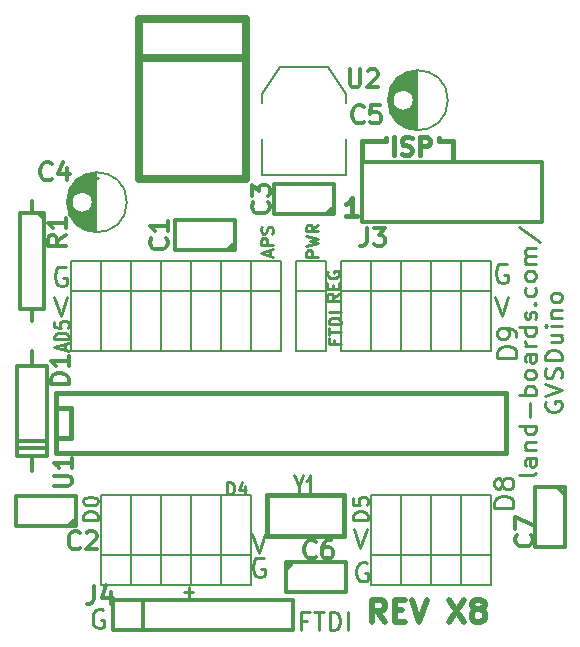
<source format=gto>
G04 #@! TF.FileFunction,Legend,Top*
%FSLAX46Y46*%
G04 Gerber Fmt 4.6, Leading zero omitted, Abs format (unit mm)*
G04 Created by KiCad (PCBNEW 4.0.1-stable) date 7/16/2016 1:11:57 PM*
%MOMM*%
G01*
G04 APERTURE LIST*
%ADD10C,0.150000*%
%ADD11C,0.254000*%
%ADD12C,0.381000*%
%ADD13C,0.476250*%
%ADD14C,0.203200*%
%ADD15C,0.304800*%
%ADD16C,0.152400*%
%ADD17C,0.650000*%
%ADD18C,0.271780*%
G04 APERTURE END LIST*
D10*
D11*
X111157667Y-90121881D02*
X111708000Y-91772881D01*
X112258334Y-90121881D01*
X112140405Y-92232500D02*
X111983167Y-92153881D01*
X111747310Y-92153881D01*
X111511452Y-92232500D01*
X111354214Y-92389738D01*
X111275595Y-92546976D01*
X111196976Y-92861452D01*
X111196976Y-93097310D01*
X111275595Y-93411786D01*
X111354214Y-93569024D01*
X111511452Y-93726262D01*
X111747310Y-93804881D01*
X111904548Y-93804881D01*
X112140405Y-93726262D01*
X112219024Y-93647643D01*
X112219024Y-93097310D01*
X111904548Y-93097310D01*
X94393667Y-70055881D02*
X94944000Y-71706881D01*
X95494334Y-70055881D01*
X95376405Y-67594500D02*
X95219167Y-67515881D01*
X94983310Y-67515881D01*
X94747452Y-67594500D01*
X94590214Y-67751738D01*
X94511595Y-67908976D01*
X94432976Y-68223452D01*
X94432976Y-68459310D01*
X94511595Y-68773786D01*
X94590214Y-68931024D01*
X94747452Y-69088262D01*
X94983310Y-69166881D01*
X95140548Y-69166881D01*
X95376405Y-69088262D01*
X95455024Y-69009643D01*
X95455024Y-68459310D01*
X95140548Y-68459310D01*
X131731667Y-70055881D02*
X132282000Y-71706881D01*
X132832334Y-70055881D01*
X132714405Y-67340500D02*
X132557167Y-67261881D01*
X132321310Y-67261881D01*
X132085452Y-67340500D01*
X131928214Y-67497738D01*
X131849595Y-67654976D01*
X131770976Y-67969452D01*
X131770976Y-68205310D01*
X131849595Y-68519786D01*
X131928214Y-68677024D01*
X132085452Y-68834262D01*
X132321310Y-68912881D01*
X132478548Y-68912881D01*
X132714405Y-68834262D01*
X132793024Y-68755643D01*
X132793024Y-68205310D01*
X132478548Y-68205310D01*
X116748619Y-66721666D02*
X115732619Y-66721666D01*
X115732619Y-66334619D01*
X115781000Y-66237857D01*
X115829381Y-66189476D01*
X115926143Y-66141095D01*
X116071286Y-66141095D01*
X116168048Y-66189476D01*
X116216429Y-66237857D01*
X116264810Y-66334619D01*
X116264810Y-66721666D01*
X115732619Y-65802428D02*
X116748619Y-65560523D01*
X116022905Y-65367000D01*
X116748619Y-65173476D01*
X115732619Y-64931571D01*
X116748619Y-63963952D02*
X116264810Y-64302618D01*
X116748619Y-64544523D02*
X115732619Y-64544523D01*
X115732619Y-64157476D01*
X115781000Y-64060714D01*
X115829381Y-64012333D01*
X115926143Y-63963952D01*
X116071286Y-63963952D01*
X116168048Y-64012333D01*
X116216429Y-64060714D01*
X116264810Y-64157476D01*
X116264810Y-64544523D01*
D12*
X120017429Y-63267429D02*
X119146572Y-63267429D01*
X119582000Y-63267429D02*
X119582000Y-61743429D01*
X119436857Y-61961143D01*
X119291715Y-62106286D01*
X119146572Y-62178857D01*
X122503000Y-56736000D02*
X122503000Y-56672500D01*
X126948000Y-56926500D02*
X126948000Y-56609000D01*
X128154500Y-56926500D02*
X126948000Y-56926500D01*
X128154500Y-58577500D02*
X128154500Y-56926500D01*
X122503000Y-56926500D02*
X122503000Y-56799500D01*
X120471000Y-56926500D02*
X122503000Y-56926500D01*
X120471000Y-58577500D02*
X120471000Y-56926500D01*
D11*
X112639333Y-66605714D02*
X112639333Y-66121905D01*
X112929619Y-66702476D02*
X111913619Y-66363809D01*
X112929619Y-66025143D01*
X112929619Y-65686476D02*
X111913619Y-65686476D01*
X111913619Y-65299429D01*
X111962000Y-65202667D01*
X112010381Y-65154286D01*
X112107143Y-65105905D01*
X112252286Y-65105905D01*
X112349048Y-65154286D01*
X112397429Y-65202667D01*
X112445810Y-65299429D01*
X112445810Y-65686476D01*
X112881238Y-64718857D02*
X112929619Y-64573714D01*
X112929619Y-64331810D01*
X112881238Y-64235048D01*
X112832857Y-64186667D01*
X112736095Y-64138286D01*
X112639333Y-64138286D01*
X112542571Y-64186667D01*
X112494190Y-64235048D01*
X112445810Y-64331810D01*
X112397429Y-64525333D01*
X112349048Y-64622095D01*
X112300667Y-64670476D01*
X112203905Y-64718857D01*
X112107143Y-64718857D01*
X112010381Y-64670476D01*
X111962000Y-64622095D01*
X111913619Y-64525333D01*
X111913619Y-64283429D01*
X111962000Y-64138286D01*
D13*
X122405029Y-97628186D02*
X121770029Y-96721043D01*
X121316457Y-97628186D02*
X121316457Y-95723186D01*
X122042172Y-95723186D01*
X122223600Y-95813900D01*
X122314315Y-95904614D01*
X122405029Y-96086043D01*
X122405029Y-96358186D01*
X122314315Y-96539614D01*
X122223600Y-96630329D01*
X122042172Y-96721043D01*
X121316457Y-96721043D01*
X123221457Y-96630329D02*
X123856457Y-96630329D01*
X124128600Y-97628186D02*
X123221457Y-97628186D01*
X123221457Y-95723186D01*
X124128600Y-95723186D01*
X124672886Y-95723186D02*
X125307886Y-97628186D01*
X125942886Y-95723186D01*
X127847886Y-95723186D02*
X129117886Y-97628186D01*
X129117886Y-95723186D02*
X127847886Y-97628186D01*
X130115743Y-96539614D02*
X129934315Y-96448900D01*
X129843600Y-96358186D01*
X129752886Y-96176757D01*
X129752886Y-96086043D01*
X129843600Y-95904614D01*
X129934315Y-95813900D01*
X130115743Y-95723186D01*
X130478600Y-95723186D01*
X130660029Y-95813900D01*
X130750743Y-95904614D01*
X130841458Y-96086043D01*
X130841458Y-96176757D01*
X130750743Y-96358186D01*
X130660029Y-96448900D01*
X130478600Y-96539614D01*
X130115743Y-96539614D01*
X129934315Y-96630329D01*
X129843600Y-96721043D01*
X129752886Y-96902471D01*
X129752886Y-97265329D01*
X129843600Y-97446757D01*
X129934315Y-97537471D01*
X130115743Y-97628186D01*
X130478600Y-97628186D01*
X130660029Y-97537471D01*
X130750743Y-97446757D01*
X130841458Y-97265329D01*
X130841458Y-96902471D01*
X130750743Y-96721043D01*
X130660029Y-96630329D01*
X130478600Y-96539614D01*
D12*
X123174286Y-58060429D02*
X123174286Y-56536429D01*
X123827429Y-57987857D02*
X124045143Y-58060429D01*
X124408000Y-58060429D01*
X124553143Y-57987857D01*
X124625714Y-57915286D01*
X124698286Y-57770143D01*
X124698286Y-57625000D01*
X124625714Y-57479857D01*
X124553143Y-57407286D01*
X124408000Y-57334714D01*
X124117714Y-57262143D01*
X123972572Y-57189571D01*
X123900000Y-57117000D01*
X123827429Y-56971857D01*
X123827429Y-56826714D01*
X123900000Y-56681571D01*
X123972572Y-56609000D01*
X124117714Y-56536429D01*
X124480572Y-56536429D01*
X124698286Y-56609000D01*
X125351429Y-58060429D02*
X125351429Y-56536429D01*
X125932001Y-56536429D01*
X126077143Y-56609000D01*
X126149715Y-56681571D01*
X126222286Y-56826714D01*
X126222286Y-57044429D01*
X126149715Y-57189571D01*
X126077143Y-57262143D01*
X125932001Y-57334714D01*
X125351429Y-57334714D01*
D11*
X97350953Y-59983571D02*
X98125048Y-59983571D01*
X97738000Y-60370619D02*
X97738000Y-59596524D01*
X119749667Y-89695881D02*
X120300000Y-91346881D01*
X120850334Y-89695881D01*
X133282881Y-87926595D02*
X131631881Y-87926595D01*
X131631881Y-87533500D01*
X131710500Y-87297642D01*
X131867738Y-87140404D01*
X132024976Y-87061785D01*
X132339452Y-86983166D01*
X132575310Y-86983166D01*
X132889786Y-87061785D01*
X133047024Y-87140404D01*
X133204262Y-87297642D01*
X133282881Y-87533500D01*
X133282881Y-87926595D01*
X132339452Y-86039738D02*
X132260833Y-86196976D01*
X132182214Y-86275595D01*
X132024976Y-86354214D01*
X131946357Y-86354214D01*
X131789119Y-86275595D01*
X131710500Y-86196976D01*
X131631881Y-86039738D01*
X131631881Y-85725261D01*
X131710500Y-85568023D01*
X131789119Y-85489404D01*
X131946357Y-85410785D01*
X132024976Y-85410785D01*
X132182214Y-85489404D01*
X132260833Y-85568023D01*
X132339452Y-85725261D01*
X132339452Y-86039738D01*
X132418071Y-86196976D01*
X132496690Y-86275595D01*
X132653929Y-86354214D01*
X132968405Y-86354214D01*
X133125643Y-86275595D01*
X133204262Y-86196976D01*
X133282881Y-86039738D01*
X133282881Y-85725261D01*
X133204262Y-85568023D01*
X133125643Y-85489404D01*
X132968405Y-85410785D01*
X132653929Y-85410785D01*
X132496690Y-85489404D01*
X132418071Y-85568023D01*
X132339452Y-85725261D01*
X135174576Y-84966285D02*
X135108052Y-85111427D01*
X134975005Y-85183999D01*
X133777576Y-85183999D01*
X135174576Y-83732570D02*
X134442814Y-83732570D01*
X134309767Y-83805141D01*
X134243243Y-83950284D01*
X134243243Y-84240570D01*
X134309767Y-84385713D01*
X135108052Y-83732570D02*
X135174576Y-83877713D01*
X135174576Y-84240570D01*
X135108052Y-84385713D01*
X134975005Y-84458284D01*
X134841957Y-84458284D01*
X134708910Y-84385713D01*
X134642386Y-84240570D01*
X134642386Y-83877713D01*
X134575862Y-83732570D01*
X134243243Y-83006856D02*
X135174576Y-83006856D01*
X134376290Y-83006856D02*
X134309767Y-82934284D01*
X134243243Y-82789142D01*
X134243243Y-82571427D01*
X134309767Y-82426284D01*
X134442814Y-82353713D01*
X135174576Y-82353713D01*
X135174576Y-80974856D02*
X133777576Y-80974856D01*
X135108052Y-80974856D02*
X135174576Y-81119999D01*
X135174576Y-81410285D01*
X135108052Y-81555427D01*
X135041529Y-81627999D01*
X134908481Y-81700570D01*
X134509338Y-81700570D01*
X134376290Y-81627999D01*
X134309767Y-81555427D01*
X134243243Y-81410285D01*
X134243243Y-81119999D01*
X134309767Y-80974856D01*
X134642386Y-80249142D02*
X134642386Y-79087999D01*
X135174576Y-78362285D02*
X133777576Y-78362285D01*
X134309767Y-78362285D02*
X134243243Y-78217142D01*
X134243243Y-77926856D01*
X134309767Y-77781713D01*
X134376290Y-77709142D01*
X134509338Y-77636571D01*
X134908481Y-77636571D01*
X135041529Y-77709142D01*
X135108052Y-77781713D01*
X135174576Y-77926856D01*
X135174576Y-78217142D01*
X135108052Y-78362285D01*
X135174576Y-76765714D02*
X135108052Y-76910856D01*
X135041529Y-76983428D01*
X134908481Y-77055999D01*
X134509338Y-77055999D01*
X134376290Y-76983428D01*
X134309767Y-76910856D01*
X134243243Y-76765714D01*
X134243243Y-76547999D01*
X134309767Y-76402856D01*
X134376290Y-76330285D01*
X134509338Y-76257714D01*
X134908481Y-76257714D01*
X135041529Y-76330285D01*
X135108052Y-76402856D01*
X135174576Y-76547999D01*
X135174576Y-76765714D01*
X135174576Y-74951428D02*
X134442814Y-74951428D01*
X134309767Y-75023999D01*
X134243243Y-75169142D01*
X134243243Y-75459428D01*
X134309767Y-75604571D01*
X135108052Y-74951428D02*
X135174576Y-75096571D01*
X135174576Y-75459428D01*
X135108052Y-75604571D01*
X134975005Y-75677142D01*
X134841957Y-75677142D01*
X134708910Y-75604571D01*
X134642386Y-75459428D01*
X134642386Y-75096571D01*
X134575862Y-74951428D01*
X135174576Y-74225714D02*
X134243243Y-74225714D01*
X134509338Y-74225714D02*
X134376290Y-74153142D01*
X134309767Y-74080571D01*
X134243243Y-73935428D01*
X134243243Y-73790285D01*
X135174576Y-72629142D02*
X133777576Y-72629142D01*
X135108052Y-72629142D02*
X135174576Y-72774285D01*
X135174576Y-73064571D01*
X135108052Y-73209713D01*
X135041529Y-73282285D01*
X134908481Y-73354856D01*
X134509338Y-73354856D01*
X134376290Y-73282285D01*
X134309767Y-73209713D01*
X134243243Y-73064571D01*
X134243243Y-72774285D01*
X134309767Y-72629142D01*
X135108052Y-71975999D02*
X135174576Y-71830856D01*
X135174576Y-71540571D01*
X135108052Y-71395428D01*
X134975005Y-71322856D01*
X134908481Y-71322856D01*
X134775433Y-71395428D01*
X134708910Y-71540571D01*
X134708910Y-71758285D01*
X134642386Y-71903428D01*
X134509338Y-71975999D01*
X134442814Y-71975999D01*
X134309767Y-71903428D01*
X134243243Y-71758285D01*
X134243243Y-71540571D01*
X134309767Y-71395428D01*
X135041529Y-70669714D02*
X135108052Y-70597142D01*
X135174576Y-70669714D01*
X135108052Y-70742285D01*
X135041529Y-70669714D01*
X135174576Y-70669714D01*
X135108052Y-69290857D02*
X135174576Y-69436000D01*
X135174576Y-69726286D01*
X135108052Y-69871428D01*
X135041529Y-69944000D01*
X134908481Y-70016571D01*
X134509338Y-70016571D01*
X134376290Y-69944000D01*
X134309767Y-69871428D01*
X134243243Y-69726286D01*
X134243243Y-69436000D01*
X134309767Y-69290857D01*
X135174576Y-68420000D02*
X135108052Y-68565142D01*
X135041529Y-68637714D01*
X134908481Y-68710285D01*
X134509338Y-68710285D01*
X134376290Y-68637714D01*
X134309767Y-68565142D01*
X134243243Y-68420000D01*
X134243243Y-68202285D01*
X134309767Y-68057142D01*
X134376290Y-67984571D01*
X134509338Y-67912000D01*
X134908481Y-67912000D01*
X135041529Y-67984571D01*
X135108052Y-68057142D01*
X135174576Y-68202285D01*
X135174576Y-68420000D01*
X135174576Y-67258857D02*
X134243243Y-67258857D01*
X134376290Y-67258857D02*
X134309767Y-67186285D01*
X134243243Y-67041143D01*
X134243243Y-66823428D01*
X134309767Y-66678285D01*
X134442814Y-66605714D01*
X135174576Y-66605714D01*
X134442814Y-66605714D02*
X134309767Y-66533143D01*
X134243243Y-66388000D01*
X134243243Y-66170285D01*
X134309767Y-66025143D01*
X134442814Y-65952571D01*
X135174576Y-65952571D01*
X133711052Y-64138285D02*
X135507195Y-65444571D01*
X136053900Y-78942857D02*
X135987376Y-79088000D01*
X135987376Y-79305714D01*
X136053900Y-79523429D01*
X136186948Y-79668571D01*
X136319995Y-79741143D01*
X136586090Y-79813714D01*
X136785662Y-79813714D01*
X137051757Y-79741143D01*
X137184805Y-79668571D01*
X137317852Y-79523429D01*
X137384376Y-79305714D01*
X137384376Y-79160571D01*
X137317852Y-78942857D01*
X137251329Y-78870286D01*
X136785662Y-78870286D01*
X136785662Y-79160571D01*
X135987376Y-78434857D02*
X137384376Y-77926857D01*
X135987376Y-77418857D01*
X137317852Y-76983428D02*
X137384376Y-76765714D01*
X137384376Y-76402857D01*
X137317852Y-76257714D01*
X137251329Y-76185143D01*
X137118281Y-76112571D01*
X136985233Y-76112571D01*
X136852186Y-76185143D01*
X136785662Y-76257714D01*
X136719138Y-76402857D01*
X136652614Y-76693143D01*
X136586090Y-76838285D01*
X136519567Y-76910857D01*
X136386519Y-76983428D01*
X136253471Y-76983428D01*
X136120424Y-76910857D01*
X136053900Y-76838285D01*
X135987376Y-76693143D01*
X135987376Y-76330285D01*
X136053900Y-76112571D01*
X137384376Y-75459428D02*
X135987376Y-75459428D01*
X135987376Y-75096571D01*
X136053900Y-74878856D01*
X136186948Y-74733714D01*
X136319995Y-74661142D01*
X136586090Y-74588571D01*
X136785662Y-74588571D01*
X137051757Y-74661142D01*
X137184805Y-74733714D01*
X137317852Y-74878856D01*
X137384376Y-75096571D01*
X137384376Y-75459428D01*
X136453043Y-73282285D02*
X137384376Y-73282285D01*
X136453043Y-73935428D02*
X137184805Y-73935428D01*
X137317852Y-73862856D01*
X137384376Y-73717714D01*
X137384376Y-73499999D01*
X137317852Y-73354856D01*
X137251329Y-73282285D01*
X137384376Y-72556571D02*
X136453043Y-72556571D01*
X135987376Y-72556571D02*
X136053900Y-72629142D01*
X136120424Y-72556571D01*
X136053900Y-72483999D01*
X135987376Y-72556571D01*
X136120424Y-72556571D01*
X136453043Y-71830857D02*
X137384376Y-71830857D01*
X136586090Y-71830857D02*
X136519567Y-71758285D01*
X136453043Y-71613143D01*
X136453043Y-71395428D01*
X136519567Y-71250285D01*
X136652614Y-71177714D01*
X137384376Y-71177714D01*
X137384376Y-70234286D02*
X137317852Y-70379428D01*
X137251329Y-70452000D01*
X137118281Y-70524571D01*
X136719138Y-70524571D01*
X136586090Y-70452000D01*
X136519567Y-70379428D01*
X136453043Y-70234286D01*
X136453043Y-70016571D01*
X136519567Y-69871428D01*
X136586090Y-69798857D01*
X136719138Y-69726286D01*
X137118281Y-69726286D01*
X137251329Y-69798857D01*
X137317852Y-69871428D01*
X137384376Y-70016571D01*
X137384376Y-70234286D01*
X118121429Y-73724810D02*
X118121429Y-74063476D01*
X118653619Y-74063476D02*
X117637619Y-74063476D01*
X117637619Y-73579667D01*
X117637619Y-73337762D02*
X117637619Y-72757191D01*
X118653619Y-73047476D02*
X117637619Y-73047476D01*
X118653619Y-72418524D02*
X117637619Y-72418524D01*
X117637619Y-72176619D01*
X117686000Y-72031477D01*
X117782762Y-71934715D01*
X117879524Y-71886334D01*
X118073048Y-71837953D01*
X118218190Y-71837953D01*
X118411714Y-71886334D01*
X118508476Y-71934715D01*
X118605238Y-72031477D01*
X118653619Y-72176619D01*
X118653619Y-72418524D01*
X118653619Y-71402524D02*
X117637619Y-71402524D01*
X118526619Y-69830143D02*
X118042810Y-70168809D01*
X118526619Y-70410714D02*
X117510619Y-70410714D01*
X117510619Y-70023667D01*
X117559000Y-69926905D01*
X117607381Y-69878524D01*
X117704143Y-69830143D01*
X117849286Y-69830143D01*
X117946048Y-69878524D01*
X117994429Y-69926905D01*
X118042810Y-70023667D01*
X118042810Y-70410714D01*
X117994429Y-69394714D02*
X117994429Y-69056048D01*
X118526619Y-68910905D02*
X118526619Y-69394714D01*
X117510619Y-69394714D01*
X117510619Y-68910905D01*
X117559000Y-67943286D02*
X117510619Y-68040048D01*
X117510619Y-68185191D01*
X117559000Y-68330333D01*
X117655762Y-68427095D01*
X117752524Y-68475476D01*
X117946048Y-68523857D01*
X118091190Y-68523857D01*
X118284714Y-68475476D01*
X118381476Y-68427095D01*
X118478238Y-68330333D01*
X118526619Y-68185191D01*
X118526619Y-68088429D01*
X118478238Y-67943286D01*
X118429857Y-67894905D01*
X118091190Y-67894905D01*
X118091190Y-68088429D01*
X109062096Y-86781619D02*
X109062096Y-85765619D01*
X109304001Y-85765619D01*
X109449143Y-85814000D01*
X109545905Y-85910762D01*
X109594286Y-86007524D01*
X109642667Y-86201048D01*
X109642667Y-86346190D01*
X109594286Y-86539714D01*
X109545905Y-86636476D01*
X109449143Y-86733238D01*
X109304001Y-86781619D01*
X109062096Y-86781619D01*
X110513524Y-86104286D02*
X110513524Y-86781619D01*
X110271620Y-85717238D02*
X110029715Y-86442952D01*
X110658667Y-86442952D01*
X98563448Y-96626800D02*
X98411067Y-96550610D01*
X98182495Y-96550610D01*
X97953924Y-96626800D01*
X97801543Y-96779181D01*
X97725352Y-96931562D01*
X97649162Y-97236324D01*
X97649162Y-97464895D01*
X97725352Y-97769657D01*
X97801543Y-97922038D01*
X97953924Y-98074419D01*
X98182495Y-98150610D01*
X98334876Y-98150610D01*
X98563448Y-98074419D01*
X98639638Y-97998229D01*
X98639638Y-97464895D01*
X98334876Y-97464895D01*
X120970524Y-88948381D02*
X119700524Y-88948381D01*
X119700524Y-88646000D01*
X119761000Y-88464572D01*
X119881952Y-88343619D01*
X120002905Y-88283143D01*
X120244810Y-88222667D01*
X120426238Y-88222667D01*
X120668143Y-88283143D01*
X120789095Y-88343619D01*
X120910048Y-88464572D01*
X120970524Y-88646000D01*
X120970524Y-88948381D01*
X119700524Y-87073619D02*
X119700524Y-87678381D01*
X120305286Y-87738857D01*
X120244810Y-87678381D01*
X120184333Y-87557429D01*
X120184333Y-87255048D01*
X120244810Y-87134095D01*
X120305286Y-87073619D01*
X120426238Y-87013143D01*
X120728619Y-87013143D01*
X120849571Y-87073619D01*
X120910048Y-87134095D01*
X120970524Y-87255048D01*
X120970524Y-87557429D01*
X120910048Y-87678381D01*
X120849571Y-87738857D01*
X105412953Y-95072571D02*
X106187048Y-95072571D01*
X105800000Y-95459619D02*
X105800000Y-94685524D01*
X120912405Y-92608500D02*
X120755167Y-92529881D01*
X120519310Y-92529881D01*
X120283452Y-92608500D01*
X120126214Y-92765738D01*
X120047595Y-92922976D01*
X119968976Y-93237452D01*
X119968976Y-93473310D01*
X120047595Y-93787786D01*
X120126214Y-93945024D01*
X120283452Y-94102262D01*
X120519310Y-94180881D01*
X120676548Y-94180881D01*
X120912405Y-94102262D01*
X120991024Y-94023643D01*
X120991024Y-93473310D01*
X120676548Y-93473310D01*
X98110524Y-88948381D02*
X96840524Y-88948381D01*
X96840524Y-88646000D01*
X96901000Y-88464572D01*
X97021952Y-88343619D01*
X97142905Y-88283143D01*
X97384810Y-88222667D01*
X97566238Y-88222667D01*
X97808143Y-88283143D01*
X97929095Y-88343619D01*
X98050048Y-88464572D01*
X98110524Y-88646000D01*
X98110524Y-88948381D01*
X96840524Y-87436476D02*
X96840524Y-87315524D01*
X96901000Y-87194572D01*
X96961476Y-87134095D01*
X97082429Y-87073619D01*
X97324333Y-87013143D01*
X97626714Y-87013143D01*
X97868619Y-87073619D01*
X97989571Y-87134095D01*
X98050048Y-87194572D01*
X98110524Y-87315524D01*
X98110524Y-87436476D01*
X98050048Y-87557429D01*
X97989571Y-87617905D01*
X97868619Y-87678381D01*
X97626714Y-87738857D01*
X97324333Y-87738857D01*
X97082429Y-87678381D01*
X96961476Y-87617905D01*
X96901000Y-87557429D01*
X96840524Y-87436476D01*
X133536881Y-75226595D02*
X131885881Y-75226595D01*
X131885881Y-74833500D01*
X131964500Y-74597642D01*
X132121738Y-74440404D01*
X132278976Y-74361785D01*
X132593452Y-74283166D01*
X132829310Y-74283166D01*
X133143786Y-74361785D01*
X133301024Y-74440404D01*
X133458262Y-74597642D01*
X133536881Y-74833500D01*
X133536881Y-75226595D01*
X133536881Y-73496976D02*
X133536881Y-73182500D01*
X133458262Y-73025261D01*
X133379643Y-72946642D01*
X133143786Y-72789404D01*
X132829310Y-72710785D01*
X132200357Y-72710785D01*
X132043119Y-72789404D01*
X131964500Y-72868023D01*
X131885881Y-73025261D01*
X131885881Y-73339738D01*
X131964500Y-73496976D01*
X132043119Y-73575595D01*
X132200357Y-73654214D01*
X132593452Y-73654214D01*
X132750690Y-73575595D01*
X132829310Y-73496976D01*
X132907929Y-73339738D01*
X132907929Y-73025261D01*
X132829310Y-72868023D01*
X132750690Y-72789404D01*
X132593452Y-72710785D01*
X95291667Y-74601714D02*
X95291667Y-74117905D01*
X95654524Y-74698476D02*
X94384524Y-74359809D01*
X95654524Y-74021143D01*
X95654524Y-73682476D02*
X94384524Y-73682476D01*
X94384524Y-73440571D01*
X94445000Y-73295429D01*
X94565952Y-73198667D01*
X94686905Y-73150286D01*
X94928810Y-73101905D01*
X95110238Y-73101905D01*
X95352143Y-73150286D01*
X95473095Y-73198667D01*
X95594048Y-73295429D01*
X95654524Y-73440571D01*
X95654524Y-73682476D01*
X94384524Y-72182667D02*
X94384524Y-72666476D01*
X94989286Y-72714857D01*
X94928810Y-72666476D01*
X94868333Y-72569714D01*
X94868333Y-72327810D01*
X94928810Y-72231048D01*
X94989286Y-72182667D01*
X95110238Y-72134286D01*
X95412619Y-72134286D01*
X95533571Y-72182667D01*
X95594048Y-72231048D01*
X95654524Y-72327810D01*
X95654524Y-72569714D01*
X95594048Y-72666476D01*
X95533571Y-72714857D01*
X115831715Y-97497457D02*
X115331715Y-97497457D01*
X115331715Y-98283171D02*
X115331715Y-96783171D01*
X116046001Y-96783171D01*
X116403143Y-96783171D02*
X117260286Y-96783171D01*
X116831715Y-98283171D02*
X116831715Y-96783171D01*
X117760286Y-98283171D02*
X117760286Y-96783171D01*
X118117429Y-96783171D01*
X118331714Y-96854600D01*
X118474572Y-96997457D01*
X118546000Y-97140314D01*
X118617429Y-97426029D01*
X118617429Y-97640314D01*
X118546000Y-97926029D01*
X118474572Y-98068886D01*
X118331714Y-98211743D01*
X118117429Y-98283171D01*
X117760286Y-98283171D01*
X119260286Y-98283171D02*
X119260286Y-96783171D01*
D14*
X111962000Y-56736000D02*
X111962000Y-59784000D01*
X111962000Y-59784000D02*
X119074000Y-59784000D01*
X119074000Y-59784000D02*
X119074000Y-56736000D01*
X111962000Y-53688000D02*
X111962000Y-52926000D01*
X111962000Y-52926000D02*
X113486000Y-50640000D01*
X113486000Y-50640000D02*
X117550000Y-50640000D01*
X117550000Y-50640000D02*
X119074000Y-52926000D01*
X119074000Y-52926000D02*
X119074000Y-53688000D01*
D15*
X118007200Y-63086000D02*
X112978000Y-63086000D01*
X112978000Y-63086000D02*
X112978000Y-60546000D01*
X112978000Y-60546000D02*
X118058000Y-60546000D01*
X118058000Y-60546000D02*
X118058000Y-63086000D01*
X118058000Y-62451000D02*
X117423000Y-63086000D01*
X96163200Y-89502000D02*
X91134000Y-89502000D01*
X91134000Y-89502000D02*
X91134000Y-86962000D01*
X91134000Y-86962000D02*
X96214000Y-86962000D01*
X96214000Y-86962000D02*
X96214000Y-89502000D01*
X96214000Y-88867000D02*
X95579000Y-89502000D01*
X109625200Y-66134000D02*
X104596000Y-66134000D01*
X104596000Y-66134000D02*
X104596000Y-63594000D01*
X104596000Y-63594000D02*
X109676000Y-63594000D01*
X109676000Y-63594000D02*
X109676000Y-66134000D01*
X109676000Y-65499000D02*
X109041000Y-66134000D01*
D12*
X94572000Y-78194000D02*
X132672000Y-78194000D01*
X132672000Y-78194000D02*
X132672000Y-83274000D01*
X132672000Y-83274000D02*
X94572000Y-83274000D01*
X94572000Y-83274000D02*
X94572000Y-78194000D01*
X94572000Y-79464000D02*
X95842000Y-79464000D01*
X95842000Y-79464000D02*
X95842000Y-82004000D01*
X95842000Y-82004000D02*
X94572000Y-82004000D01*
D15*
X99380000Y-98270000D02*
X99380000Y-95730000D01*
X99380000Y-95730000D02*
X114620000Y-95730000D01*
X114620000Y-95730000D02*
X114620000Y-98270000D01*
X114620000Y-98270000D02*
X99380000Y-98270000D01*
X101920000Y-98270000D02*
X101920000Y-95730000D01*
D16*
X111082000Y-94450000D02*
X108542000Y-94450000D01*
X108542000Y-94450000D02*
X108542000Y-86830000D01*
X108542000Y-86830000D02*
X111082000Y-86830000D01*
X111082000Y-86830000D02*
X111082000Y-94450000D01*
X108542000Y-91910000D02*
X111082000Y-91910000D01*
X118702000Y-67018000D02*
X121242000Y-67018000D01*
X121242000Y-67018000D02*
X121242000Y-74638000D01*
X121242000Y-74638000D02*
X118702000Y-74638000D01*
X118702000Y-74638000D02*
X118702000Y-67018000D01*
X121242000Y-69558000D02*
X118702000Y-69558000D01*
X121242000Y-67018000D02*
X123782000Y-67018000D01*
X123782000Y-67018000D02*
X123782000Y-74638000D01*
X123782000Y-74638000D02*
X121242000Y-74638000D01*
X121242000Y-74638000D02*
X121242000Y-67018000D01*
X123782000Y-69558000D02*
X121242000Y-69558000D01*
X123782000Y-67018000D02*
X126322000Y-67018000D01*
X126322000Y-67018000D02*
X126322000Y-74638000D01*
X126322000Y-74638000D02*
X123782000Y-74638000D01*
X123782000Y-74638000D02*
X123782000Y-67018000D01*
X126322000Y-69558000D02*
X123782000Y-69558000D01*
X126322000Y-67018000D02*
X128862000Y-67018000D01*
X128862000Y-67018000D02*
X128862000Y-74638000D01*
X128862000Y-74638000D02*
X126322000Y-74638000D01*
X126322000Y-74638000D02*
X126322000Y-67018000D01*
X128862000Y-69558000D02*
X126322000Y-69558000D01*
X128862000Y-67018000D02*
X131402000Y-67018000D01*
X131402000Y-67018000D02*
X131402000Y-74638000D01*
X131402000Y-74638000D02*
X128862000Y-74638000D01*
X128862000Y-74638000D02*
X128862000Y-67018000D01*
X131402000Y-69558000D02*
X128862000Y-69558000D01*
X131402000Y-94450000D02*
X128862000Y-94450000D01*
X128862000Y-94450000D02*
X128862000Y-86830000D01*
X128862000Y-86830000D02*
X131402000Y-86830000D01*
X131402000Y-86830000D02*
X131402000Y-94450000D01*
X128862000Y-91910000D02*
X131402000Y-91910000D01*
X128862000Y-94450000D02*
X126322000Y-94450000D01*
X126322000Y-94450000D02*
X126322000Y-86830000D01*
X126322000Y-86830000D02*
X128862000Y-86830000D01*
X128862000Y-86830000D02*
X128862000Y-94450000D01*
X126322000Y-91910000D02*
X128862000Y-91910000D01*
X126322000Y-94450000D02*
X123782000Y-94450000D01*
X123782000Y-94450000D02*
X123782000Y-86830000D01*
X123782000Y-86830000D02*
X126322000Y-86830000D01*
X126322000Y-86830000D02*
X126322000Y-94450000D01*
X123782000Y-91910000D02*
X126322000Y-91910000D01*
X123782000Y-94450000D02*
X121242000Y-94450000D01*
X121242000Y-94450000D02*
X121242000Y-86830000D01*
X121242000Y-86830000D02*
X123782000Y-86830000D01*
X123782000Y-86830000D02*
X123782000Y-94450000D01*
X121242000Y-91910000D02*
X123782000Y-91910000D01*
X108542000Y-67018000D02*
X111082000Y-67018000D01*
X111082000Y-67018000D02*
X111082000Y-74638000D01*
X111082000Y-74638000D02*
X108542000Y-74638000D01*
X108542000Y-74638000D02*
X108542000Y-67018000D01*
X111082000Y-69558000D02*
X108542000Y-69558000D01*
X108542000Y-94450000D02*
X106002000Y-94450000D01*
X106002000Y-94450000D02*
X106002000Y-86830000D01*
X106002000Y-86830000D02*
X108542000Y-86830000D01*
X108542000Y-86830000D02*
X108542000Y-94450000D01*
X106002000Y-91910000D02*
X108542000Y-91910000D01*
X106002000Y-94450000D02*
X103462000Y-94450000D01*
X103462000Y-94450000D02*
X103462000Y-86830000D01*
X103462000Y-86830000D02*
X106002000Y-86830000D01*
X106002000Y-86830000D02*
X106002000Y-94450000D01*
X103462000Y-91910000D02*
X106002000Y-91910000D01*
X103462000Y-94450000D02*
X100922000Y-94450000D01*
X100922000Y-94450000D02*
X100922000Y-86830000D01*
X100922000Y-86830000D02*
X103462000Y-86830000D01*
X103462000Y-86830000D02*
X103462000Y-94450000D01*
X100922000Y-91910000D02*
X103462000Y-91910000D01*
X100922000Y-94450000D02*
X98382000Y-94450000D01*
X98382000Y-94450000D02*
X98382000Y-86830000D01*
X98382000Y-86830000D02*
X100922000Y-86830000D01*
X100922000Y-86830000D02*
X100922000Y-94450000D01*
X98382000Y-91910000D02*
X100922000Y-91910000D01*
X95842000Y-67018000D02*
X98382000Y-67018000D01*
X98382000Y-67018000D02*
X98382000Y-74638000D01*
X98382000Y-74638000D02*
X95842000Y-74638000D01*
X95842000Y-74638000D02*
X95842000Y-67018000D01*
X98382000Y-69558000D02*
X95842000Y-69558000D01*
X98382000Y-67018000D02*
X100922000Y-67018000D01*
X100922000Y-67018000D02*
X100922000Y-74638000D01*
X100922000Y-74638000D02*
X98382000Y-74638000D01*
X98382000Y-74638000D02*
X98382000Y-67018000D01*
X100922000Y-69558000D02*
X98382000Y-69558000D01*
X100922000Y-67018000D02*
X103462000Y-67018000D01*
X103462000Y-67018000D02*
X103462000Y-74638000D01*
X103462000Y-74638000D02*
X100922000Y-74638000D01*
X100922000Y-74638000D02*
X100922000Y-67018000D01*
X103462000Y-69558000D02*
X100922000Y-69558000D01*
X103462000Y-67018000D02*
X106002000Y-67018000D01*
X106002000Y-67018000D02*
X106002000Y-74638000D01*
X106002000Y-74638000D02*
X103462000Y-74638000D01*
X103462000Y-74638000D02*
X103462000Y-67018000D01*
X106002000Y-69558000D02*
X103462000Y-69558000D01*
X106002000Y-67018000D02*
X108542000Y-67018000D01*
X108542000Y-67018000D02*
X108542000Y-74638000D01*
X108542000Y-74638000D02*
X106002000Y-74638000D01*
X106002000Y-74638000D02*
X106002000Y-67018000D01*
X108542000Y-69558000D02*
X106002000Y-69558000D01*
D15*
X93810000Y-75908000D02*
X93810000Y-83528000D01*
X93810000Y-83528000D02*
X91270000Y-83528000D01*
X91270000Y-83528000D02*
X91270000Y-75908000D01*
X91270000Y-75908000D02*
X93810000Y-75908000D01*
X93810000Y-82893000D02*
X91270000Y-82893000D01*
X91270000Y-82258000D02*
X93810000Y-82258000D01*
X92540000Y-75908000D02*
X92540000Y-74638000D01*
X92540000Y-83528000D02*
X92540000Y-84798000D01*
X92540000Y-61938000D02*
X92540000Y-62954000D01*
X92540000Y-62954000D02*
X93556000Y-62954000D01*
X93556000Y-62954000D02*
X93556000Y-71082000D01*
X93556000Y-71082000D02*
X91524000Y-71082000D01*
X91524000Y-71082000D02*
X91524000Y-62954000D01*
X91524000Y-62954000D02*
X92540000Y-62954000D01*
X93048000Y-62954000D02*
X93556000Y-63462000D01*
X92540000Y-72098000D02*
X92540000Y-71082000D01*
D16*
X111082000Y-67018000D02*
X113622000Y-67018000D01*
X113622000Y-67018000D02*
X113622000Y-74638000D01*
X113622000Y-74638000D02*
X111082000Y-74638000D01*
X111082000Y-74638000D02*
X111082000Y-67018000D01*
X113622000Y-69558000D02*
X111082000Y-69558000D01*
X114892000Y-67018000D02*
X117432000Y-67018000D01*
X117432000Y-67018000D02*
X117432000Y-74638000D01*
X117432000Y-74638000D02*
X114892000Y-74638000D01*
X114892000Y-74638000D02*
X114892000Y-67018000D01*
X117432000Y-69558000D02*
X114892000Y-69558000D01*
D15*
X120480000Y-58636000D02*
X135720000Y-58636000D01*
X135720000Y-58636000D02*
X135720000Y-63716000D01*
X135720000Y-63716000D02*
X120480000Y-63716000D01*
X120480000Y-63716000D02*
X120480000Y-58636000D01*
X114044800Y-92550000D02*
X119074000Y-92550000D01*
X119074000Y-92550000D02*
X119074000Y-95090000D01*
X119074000Y-95090000D02*
X113994000Y-95090000D01*
X113994000Y-95090000D02*
X113994000Y-92550000D01*
X113994000Y-93185000D02*
X114629000Y-92550000D01*
X137616000Y-86250800D02*
X137616000Y-91280000D01*
X137616000Y-91280000D02*
X135076000Y-91280000D01*
X135076000Y-91280000D02*
X135076000Y-86200000D01*
X135076000Y-86200000D02*
X137616000Y-86200000D01*
X136981000Y-86200000D02*
X137616000Y-86835000D01*
D10*
X97937000Y-64569000D02*
X97937000Y-59571000D01*
X97797000Y-64561000D02*
X97797000Y-59579000D01*
X97657000Y-64545000D02*
X97657000Y-62165000D01*
X97657000Y-61975000D02*
X97657000Y-59595000D01*
X97517000Y-64521000D02*
X97517000Y-62560000D01*
X97517000Y-61580000D02*
X97517000Y-59619000D01*
X97377000Y-64488000D02*
X97377000Y-62727000D01*
X97377000Y-61413000D02*
X97377000Y-59652000D01*
X97237000Y-64447000D02*
X97237000Y-62834000D01*
X97237000Y-61306000D02*
X97237000Y-59693000D01*
X97097000Y-64397000D02*
X97097000Y-62905000D01*
X97097000Y-61235000D02*
X97097000Y-59743000D01*
X96957000Y-64336000D02*
X96957000Y-62949000D01*
X96957000Y-61191000D02*
X96957000Y-59804000D01*
X96817000Y-64266000D02*
X96817000Y-62968000D01*
X96817000Y-61172000D02*
X96817000Y-59874000D01*
X96677000Y-64184000D02*
X96677000Y-62966000D01*
X96677000Y-61174000D02*
X96677000Y-59956000D01*
X96537000Y-64089000D02*
X96537000Y-62941000D01*
X96537000Y-61199000D02*
X96537000Y-60051000D01*
X96397000Y-63978000D02*
X96397000Y-62893000D01*
X96397000Y-61247000D02*
X96397000Y-60162000D01*
X96257000Y-63850000D02*
X96257000Y-62815000D01*
X96257000Y-61325000D02*
X96257000Y-60290000D01*
X96117000Y-63701000D02*
X96117000Y-62698000D01*
X96117000Y-61442000D02*
X96117000Y-60439000D01*
X95977000Y-63522000D02*
X95977000Y-62510000D01*
X95977000Y-61630000D02*
X95977000Y-60618000D01*
X95837000Y-63303000D02*
X95837000Y-60837000D01*
X95697000Y-63014000D02*
X95697000Y-61126000D01*
X95557000Y-62542000D02*
X95557000Y-61598000D01*
X97662000Y-62070000D02*
G75*
G03X97662000Y-62070000I-900000J0D01*
G01*
X100549500Y-62070000D02*
G75*
G03X100549500Y-62070000I-2537500J0D01*
G01*
X125115000Y-55933000D02*
X125115000Y-50935000D01*
X124975000Y-55925000D02*
X124975000Y-50943000D01*
X124835000Y-55909000D02*
X124835000Y-53529000D01*
X124835000Y-53339000D02*
X124835000Y-50959000D01*
X124695000Y-55885000D02*
X124695000Y-53924000D01*
X124695000Y-52944000D02*
X124695000Y-50983000D01*
X124555000Y-55852000D02*
X124555000Y-54091000D01*
X124555000Y-52777000D02*
X124555000Y-51016000D01*
X124415000Y-55811000D02*
X124415000Y-54198000D01*
X124415000Y-52670000D02*
X124415000Y-51057000D01*
X124275000Y-55761000D02*
X124275000Y-54269000D01*
X124275000Y-52599000D02*
X124275000Y-51107000D01*
X124135000Y-55700000D02*
X124135000Y-54313000D01*
X124135000Y-52555000D02*
X124135000Y-51168000D01*
X123995000Y-55630000D02*
X123995000Y-54332000D01*
X123995000Y-52536000D02*
X123995000Y-51238000D01*
X123855000Y-55548000D02*
X123855000Y-54330000D01*
X123855000Y-52538000D02*
X123855000Y-51320000D01*
X123715000Y-55453000D02*
X123715000Y-54305000D01*
X123715000Y-52563000D02*
X123715000Y-51415000D01*
X123575000Y-55342000D02*
X123575000Y-54257000D01*
X123575000Y-52611000D02*
X123575000Y-51526000D01*
X123435000Y-55214000D02*
X123435000Y-54179000D01*
X123435000Y-52689000D02*
X123435000Y-51654000D01*
X123295000Y-55065000D02*
X123295000Y-54062000D01*
X123295000Y-52806000D02*
X123295000Y-51803000D01*
X123155000Y-54886000D02*
X123155000Y-53874000D01*
X123155000Y-52994000D02*
X123155000Y-51982000D01*
X123015000Y-54667000D02*
X123015000Y-52201000D01*
X122875000Y-54378000D02*
X122875000Y-52490000D01*
X122735000Y-53906000D02*
X122735000Y-52962000D01*
X124840000Y-53434000D02*
G75*
G03X124840000Y-53434000I-900000J0D01*
G01*
X127727500Y-53434000D02*
G75*
G03X127727500Y-53434000I-2537500J0D01*
G01*
D17*
X101620000Y-49869000D02*
X110620000Y-49869000D01*
X110620000Y-46569000D02*
X101620000Y-46569000D01*
X110620000Y-46569000D02*
X110620000Y-60069000D01*
X110620000Y-60069000D02*
X101620000Y-60069000D01*
X101620000Y-46569000D02*
X101620000Y-60069000D01*
D12*
X112402800Y-86857940D02*
X118905200Y-86857940D01*
X118905200Y-86857940D02*
X118905200Y-90358060D01*
X118905200Y-90358060D02*
X112402800Y-90358060D01*
X112402800Y-90358060D02*
X112402800Y-86857940D01*
D15*
X119436857Y-50821429D02*
X119436857Y-52055143D01*
X119509429Y-52200286D01*
X119582000Y-52272857D01*
X119727143Y-52345429D01*
X120017429Y-52345429D01*
X120162571Y-52272857D01*
X120235143Y-52200286D01*
X120307714Y-52055143D01*
X120307714Y-50821429D01*
X120960857Y-50966571D02*
X121033428Y-50894000D01*
X121178571Y-50821429D01*
X121541428Y-50821429D01*
X121686571Y-50894000D01*
X121759142Y-50966571D01*
X121831714Y-51111714D01*
X121831714Y-51256857D01*
X121759142Y-51474571D01*
X120888285Y-52345429D01*
X121831714Y-52345429D01*
X112506286Y-62070000D02*
X112578857Y-62142571D01*
X112651429Y-62360285D01*
X112651429Y-62505428D01*
X112578857Y-62723143D01*
X112433714Y-62868285D01*
X112288571Y-62940857D01*
X111998286Y-63013428D01*
X111780571Y-63013428D01*
X111490286Y-62940857D01*
X111345143Y-62868285D01*
X111200000Y-62723143D01*
X111127429Y-62505428D01*
X111127429Y-62360285D01*
X111200000Y-62142571D01*
X111272571Y-62070000D01*
X111127429Y-61562000D02*
X111127429Y-60618571D01*
X111708000Y-61126571D01*
X111708000Y-60908857D01*
X111780571Y-60763714D01*
X111853143Y-60691143D01*
X111998286Y-60618571D01*
X112361143Y-60618571D01*
X112506286Y-60691143D01*
X112578857Y-60763714D01*
X112651429Y-60908857D01*
X112651429Y-61344285D01*
X112578857Y-61489428D01*
X112506286Y-61562000D01*
X96564000Y-91318286D02*
X96491429Y-91390857D01*
X96273715Y-91463429D01*
X96128572Y-91463429D01*
X95910857Y-91390857D01*
X95765715Y-91245714D01*
X95693143Y-91100571D01*
X95620572Y-90810286D01*
X95620572Y-90592571D01*
X95693143Y-90302286D01*
X95765715Y-90157143D01*
X95910857Y-90012000D01*
X96128572Y-89939429D01*
X96273715Y-89939429D01*
X96491429Y-90012000D01*
X96564000Y-90084571D01*
X97144572Y-90084571D02*
X97217143Y-90012000D01*
X97362286Y-89939429D01*
X97725143Y-89939429D01*
X97870286Y-90012000D01*
X97942857Y-90084571D01*
X98015429Y-90229714D01*
X98015429Y-90374857D01*
X97942857Y-90592571D01*
X97072000Y-91463429D01*
X98015429Y-91463429D01*
X103870286Y-65118000D02*
X103942857Y-65190571D01*
X104015429Y-65408285D01*
X104015429Y-65553428D01*
X103942857Y-65771143D01*
X103797714Y-65916285D01*
X103652571Y-65988857D01*
X103362286Y-66061428D01*
X103144571Y-66061428D01*
X102854286Y-65988857D01*
X102709143Y-65916285D01*
X102564000Y-65771143D01*
X102491429Y-65553428D01*
X102491429Y-65408285D01*
X102564000Y-65190571D01*
X102636571Y-65118000D01*
X104015429Y-63666571D02*
X104015429Y-64537428D01*
X104015429Y-64102000D02*
X102491429Y-64102000D01*
X102709143Y-64247143D01*
X102854286Y-64392285D01*
X102926857Y-64537428D01*
X94363429Y-86091143D02*
X95597143Y-86091143D01*
X95742286Y-86018571D01*
X95814857Y-85946000D01*
X95887429Y-85800857D01*
X95887429Y-85510571D01*
X95814857Y-85365429D01*
X95742286Y-85292857D01*
X95597143Y-85220286D01*
X94363429Y-85220286D01*
X95887429Y-83696286D02*
X95887429Y-84567143D01*
X95887429Y-84131715D02*
X94363429Y-84131715D01*
X94581143Y-84276858D01*
X94726286Y-84422000D01*
X94798857Y-84567143D01*
X97792000Y-94565429D02*
X97792000Y-95654000D01*
X97719428Y-95871714D01*
X97574285Y-96016857D01*
X97356571Y-96089429D01*
X97211428Y-96089429D01*
X99170857Y-95073429D02*
X99170857Y-96089429D01*
X98808000Y-94492857D02*
X98445143Y-95581429D01*
X99388571Y-95581429D01*
X95633429Y-77418857D02*
X94109429Y-77418857D01*
X94109429Y-77056000D01*
X94182000Y-76838285D01*
X94327143Y-76693143D01*
X94472286Y-76620571D01*
X94762571Y-76548000D01*
X94980286Y-76548000D01*
X95270571Y-76620571D01*
X95415714Y-76693143D01*
X95560857Y-76838285D01*
X95633429Y-77056000D01*
X95633429Y-77418857D01*
X95633429Y-75096571D02*
X95633429Y-75967428D01*
X95633429Y-75532000D02*
X94109429Y-75532000D01*
X94327143Y-75677143D01*
X94472286Y-75822285D01*
X94544857Y-75967428D01*
X95379429Y-64864000D02*
X94653714Y-65372000D01*
X95379429Y-65734857D02*
X93855429Y-65734857D01*
X93855429Y-65154285D01*
X93928000Y-65009143D01*
X94000571Y-64936571D01*
X94145714Y-64864000D01*
X94363429Y-64864000D01*
X94508571Y-64936571D01*
X94581143Y-65009143D01*
X94653714Y-65154285D01*
X94653714Y-65734857D01*
X95379429Y-63412571D02*
X95379429Y-64283428D01*
X95379429Y-63848000D02*
X93855429Y-63848000D01*
X94073143Y-63993143D01*
X94218286Y-64138285D01*
X94290857Y-64283428D01*
X120892000Y-64265429D02*
X120892000Y-65354000D01*
X120819428Y-65571714D01*
X120674285Y-65716857D01*
X120456571Y-65789429D01*
X120311428Y-65789429D01*
X121472571Y-64265429D02*
X122416000Y-64265429D01*
X121908000Y-64846000D01*
X122125714Y-64846000D01*
X122270857Y-64918571D01*
X122343428Y-64991143D01*
X122416000Y-65136286D01*
X122416000Y-65499143D01*
X122343428Y-65644286D01*
X122270857Y-65716857D01*
X122125714Y-65789429D01*
X121690286Y-65789429D01*
X121545143Y-65716857D01*
X121472571Y-65644286D01*
X116534000Y-92078286D02*
X116461429Y-92150857D01*
X116243715Y-92223429D01*
X116098572Y-92223429D01*
X115880857Y-92150857D01*
X115735715Y-92005714D01*
X115663143Y-91860571D01*
X115590572Y-91570286D01*
X115590572Y-91352571D01*
X115663143Y-91062286D01*
X115735715Y-90917143D01*
X115880857Y-90772000D01*
X116098572Y-90699429D01*
X116243715Y-90699429D01*
X116461429Y-90772000D01*
X116534000Y-90844571D01*
X117840286Y-90699429D02*
X117550000Y-90699429D01*
X117404857Y-90772000D01*
X117332286Y-90844571D01*
X117187143Y-91062286D01*
X117114572Y-91352571D01*
X117114572Y-91933143D01*
X117187143Y-92078286D01*
X117259715Y-92150857D01*
X117404857Y-92223429D01*
X117695143Y-92223429D01*
X117840286Y-92150857D01*
X117912857Y-92078286D01*
X117985429Y-91933143D01*
X117985429Y-91570286D01*
X117912857Y-91425143D01*
X117840286Y-91352571D01*
X117695143Y-91280000D01*
X117404857Y-91280000D01*
X117259715Y-91352571D01*
X117187143Y-91425143D01*
X117114572Y-91570286D01*
X134794786Y-90264000D02*
X134867357Y-90336571D01*
X134939929Y-90554285D01*
X134939929Y-90699428D01*
X134867357Y-90917143D01*
X134722214Y-91062285D01*
X134577071Y-91134857D01*
X134286786Y-91207428D01*
X134069071Y-91207428D01*
X133778786Y-91134857D01*
X133633643Y-91062285D01*
X133488500Y-90917143D01*
X133415929Y-90699428D01*
X133415929Y-90554285D01*
X133488500Y-90336571D01*
X133561071Y-90264000D01*
X133415929Y-89756000D02*
X133415929Y-88740000D01*
X134939929Y-89393143D01*
X94182000Y-60074286D02*
X94109429Y-60146857D01*
X93891715Y-60219429D01*
X93746572Y-60219429D01*
X93528857Y-60146857D01*
X93383715Y-60001714D01*
X93311143Y-59856571D01*
X93238572Y-59566286D01*
X93238572Y-59348571D01*
X93311143Y-59058286D01*
X93383715Y-58913143D01*
X93528857Y-58768000D01*
X93746572Y-58695429D01*
X93891715Y-58695429D01*
X94109429Y-58768000D01*
X94182000Y-58840571D01*
X95488286Y-59203429D02*
X95488286Y-60219429D01*
X95125429Y-58622857D02*
X94762572Y-59711429D01*
X95706000Y-59711429D01*
X120598000Y-55248286D02*
X120525429Y-55320857D01*
X120307715Y-55393429D01*
X120162572Y-55393429D01*
X119944857Y-55320857D01*
X119799715Y-55175714D01*
X119727143Y-55030571D01*
X119654572Y-54740286D01*
X119654572Y-54522571D01*
X119727143Y-54232286D01*
X119799715Y-54087143D01*
X119944857Y-53942000D01*
X120162572Y-53869429D01*
X120307715Y-53869429D01*
X120525429Y-53942000D01*
X120598000Y-54014571D01*
X121976857Y-53869429D02*
X121251143Y-53869429D01*
X121178572Y-54595143D01*
X121251143Y-54522571D01*
X121396286Y-54450000D01*
X121759143Y-54450000D01*
X121904286Y-54522571D01*
X121976857Y-54595143D01*
X122049429Y-54740286D01*
X122049429Y-55103143D01*
X121976857Y-55248286D01*
X121904286Y-55320857D01*
X121759143Y-55393429D01*
X121396286Y-55393429D01*
X121251143Y-55320857D01*
X121178572Y-55248286D01*
D18*
X115085525Y-86067456D02*
X115085525Y-86891141D01*
X114723151Y-85161401D02*
X115085525Y-86067456D01*
X115447898Y-85161401D01*
X116379715Y-86891141D02*
X115758503Y-86891141D01*
X116069109Y-86891141D02*
X116069109Y-85161401D01*
X115965574Y-85408507D01*
X115862039Y-85573244D01*
X115758503Y-85655613D01*
M02*

</source>
